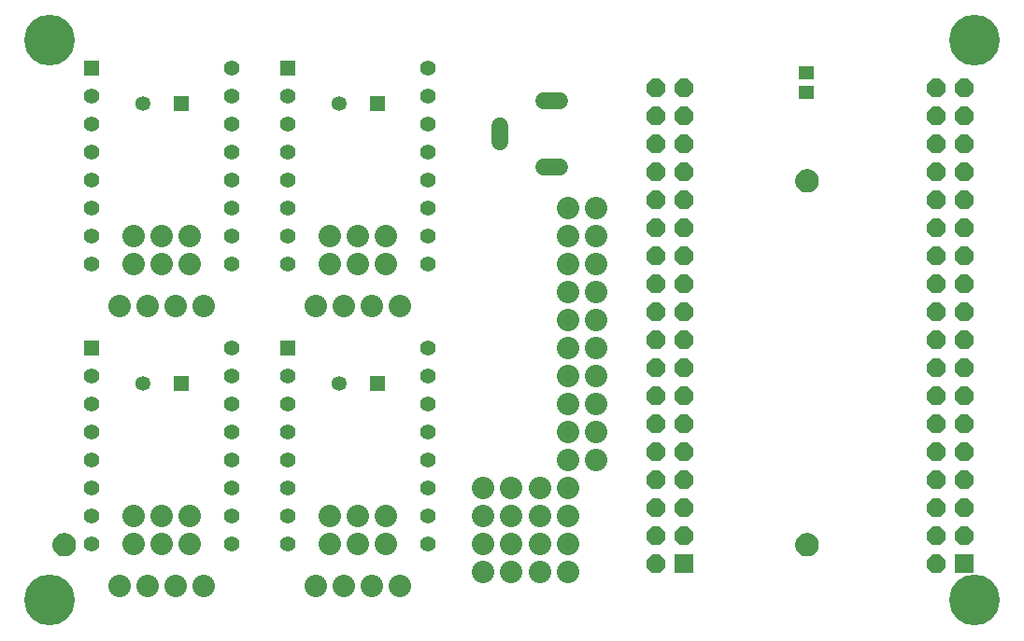
<source format=gbr>
G04 EAGLE Gerber RS-274X export*
G75*
%MOMM*%
%FSLAX34Y34*%
%LPD*%
%INSoldermask Top*%
%IPPOS*%
%AMOC8*
5,1,8,0,0,1.08239X$1,22.5*%
G01*
%ADD10R,1.397000X1.397000*%
%ADD11C,1.397000*%
%ADD12R,1.352400X1.352400*%
%ADD13C,1.352400*%
%ADD14C,2.032000*%
%ADD15C,0.609600*%
%ADD16C,1.168400*%
%ADD17C,4.597400*%
%ADD18R,1.422400X1.295400*%
%ADD19R,1.676400X1.676400*%
%ADD20P,1.814519X8X112.500000*%
%ADD21C,1.552400*%


D10*
X63500Y508000D03*
D11*
X63500Y482600D03*
X63500Y457200D03*
X63500Y431800D03*
X63500Y406400D03*
X63500Y381000D03*
X63500Y355600D03*
X63500Y330200D03*
X190500Y330200D03*
X190500Y355600D03*
X190500Y381000D03*
X190500Y406400D03*
X190500Y431800D03*
X190500Y457200D03*
X190500Y482600D03*
X190500Y508000D03*
D12*
X144500Y476250D03*
D13*
X109500Y476250D03*
D14*
X88900Y292100D03*
X114300Y292100D03*
X139700Y292100D03*
X165100Y292100D03*
X101600Y330200D03*
X101600Y355600D03*
X127000Y330200D03*
X127000Y355600D03*
X152400Y330200D03*
X152400Y355600D03*
D10*
X241300Y508000D03*
D11*
X241300Y482600D03*
X241300Y457200D03*
X241300Y431800D03*
X241300Y406400D03*
X241300Y381000D03*
X241300Y355600D03*
X241300Y330200D03*
X368300Y330200D03*
X368300Y355600D03*
X368300Y381000D03*
X368300Y406400D03*
X368300Y431800D03*
X368300Y457200D03*
X368300Y482600D03*
X368300Y508000D03*
D12*
X322300Y476250D03*
D13*
X287300Y476250D03*
D14*
X266700Y292100D03*
X292100Y292100D03*
X317500Y292100D03*
X342900Y292100D03*
X279400Y330200D03*
X279400Y355600D03*
X304800Y330200D03*
X304800Y355600D03*
X330200Y330200D03*
X330200Y355600D03*
D10*
X63500Y254000D03*
D11*
X63500Y228600D03*
X63500Y203200D03*
X63500Y177800D03*
X63500Y152400D03*
X63500Y127000D03*
X63500Y101600D03*
X63500Y76200D03*
X190500Y76200D03*
X190500Y101600D03*
X190500Y127000D03*
X190500Y152400D03*
X190500Y177800D03*
X190500Y203200D03*
X190500Y228600D03*
X190500Y254000D03*
D12*
X144500Y222250D03*
D13*
X109500Y222250D03*
D14*
X88900Y38100D03*
X114300Y38100D03*
X139700Y38100D03*
X165100Y38100D03*
X101600Y76200D03*
X101600Y101600D03*
X127000Y76200D03*
X127000Y101600D03*
X152400Y76200D03*
X152400Y101600D03*
D10*
X241300Y254000D03*
D11*
X241300Y228600D03*
X241300Y203200D03*
X241300Y177800D03*
X241300Y152400D03*
X241300Y127000D03*
X241300Y101600D03*
X241300Y76200D03*
X368300Y76200D03*
X368300Y101600D03*
X368300Y127000D03*
X368300Y152400D03*
X368300Y177800D03*
X368300Y203200D03*
X368300Y228600D03*
X368300Y254000D03*
D12*
X322300Y222250D03*
D13*
X287300Y222250D03*
D14*
X266700Y38100D03*
X292100Y38100D03*
X317500Y38100D03*
X342900Y38100D03*
X279400Y76200D03*
X279400Y101600D03*
X304800Y76200D03*
X304800Y101600D03*
X330200Y76200D03*
X330200Y101600D03*
X520700Y381000D03*
X495300Y381000D03*
X520700Y355600D03*
X495300Y355600D03*
X520700Y330200D03*
X495300Y330200D03*
X520700Y304800D03*
X495300Y304800D03*
X520700Y279400D03*
X495300Y279400D03*
X520700Y254000D03*
X495300Y254000D03*
X520700Y228600D03*
X495300Y228600D03*
X520700Y203200D03*
X495300Y203200D03*
X520700Y177800D03*
X495300Y177800D03*
X520700Y152400D03*
X495300Y152400D03*
X417830Y127000D03*
X443230Y127000D03*
X417830Y101600D03*
X443230Y101600D03*
X417830Y76200D03*
X443230Y76200D03*
X417830Y50800D03*
X443230Y50800D03*
X495300Y50800D03*
X469900Y50800D03*
X495300Y76200D03*
X469900Y76200D03*
X495300Y101600D03*
X469900Y101600D03*
X495300Y127000D03*
X469900Y127000D03*
D15*
X703580Y406400D02*
X703582Y406587D01*
X703589Y406774D01*
X703601Y406961D01*
X703617Y407147D01*
X703637Y407333D01*
X703662Y407518D01*
X703692Y407703D01*
X703726Y407887D01*
X703765Y408070D01*
X703808Y408252D01*
X703856Y408432D01*
X703908Y408612D01*
X703965Y408790D01*
X704025Y408967D01*
X704091Y409142D01*
X704160Y409316D01*
X704234Y409488D01*
X704312Y409658D01*
X704394Y409826D01*
X704480Y409992D01*
X704570Y410156D01*
X704664Y410317D01*
X704762Y410477D01*
X704864Y410633D01*
X704970Y410788D01*
X705080Y410939D01*
X705193Y411088D01*
X705310Y411234D01*
X705430Y411377D01*
X705554Y411517D01*
X705681Y411654D01*
X705812Y411788D01*
X705946Y411919D01*
X706083Y412046D01*
X706223Y412170D01*
X706366Y412290D01*
X706512Y412407D01*
X706661Y412520D01*
X706812Y412630D01*
X706967Y412736D01*
X707123Y412838D01*
X707283Y412936D01*
X707444Y413030D01*
X707608Y413120D01*
X707774Y413206D01*
X707942Y413288D01*
X708112Y413366D01*
X708284Y413440D01*
X708458Y413509D01*
X708633Y413575D01*
X708810Y413635D01*
X708988Y413692D01*
X709168Y413744D01*
X709348Y413792D01*
X709530Y413835D01*
X709713Y413874D01*
X709897Y413908D01*
X710082Y413938D01*
X710267Y413963D01*
X710453Y413983D01*
X710639Y413999D01*
X710826Y414011D01*
X711013Y414018D01*
X711200Y414020D01*
X711387Y414018D01*
X711574Y414011D01*
X711761Y413999D01*
X711947Y413983D01*
X712133Y413963D01*
X712318Y413938D01*
X712503Y413908D01*
X712687Y413874D01*
X712870Y413835D01*
X713052Y413792D01*
X713232Y413744D01*
X713412Y413692D01*
X713590Y413635D01*
X713767Y413575D01*
X713942Y413509D01*
X714116Y413440D01*
X714288Y413366D01*
X714458Y413288D01*
X714626Y413206D01*
X714792Y413120D01*
X714956Y413030D01*
X715117Y412936D01*
X715277Y412838D01*
X715433Y412736D01*
X715588Y412630D01*
X715739Y412520D01*
X715888Y412407D01*
X716034Y412290D01*
X716177Y412170D01*
X716317Y412046D01*
X716454Y411919D01*
X716588Y411788D01*
X716719Y411654D01*
X716846Y411517D01*
X716970Y411377D01*
X717090Y411234D01*
X717207Y411088D01*
X717320Y410939D01*
X717430Y410788D01*
X717536Y410633D01*
X717638Y410477D01*
X717736Y410317D01*
X717830Y410156D01*
X717920Y409992D01*
X718006Y409826D01*
X718088Y409658D01*
X718166Y409488D01*
X718240Y409316D01*
X718309Y409142D01*
X718375Y408967D01*
X718435Y408790D01*
X718492Y408612D01*
X718544Y408432D01*
X718592Y408252D01*
X718635Y408070D01*
X718674Y407887D01*
X718708Y407703D01*
X718738Y407518D01*
X718763Y407333D01*
X718783Y407147D01*
X718799Y406961D01*
X718811Y406774D01*
X718818Y406587D01*
X718820Y406400D01*
X718818Y406213D01*
X718811Y406026D01*
X718799Y405839D01*
X718783Y405653D01*
X718763Y405467D01*
X718738Y405282D01*
X718708Y405097D01*
X718674Y404913D01*
X718635Y404730D01*
X718592Y404548D01*
X718544Y404368D01*
X718492Y404188D01*
X718435Y404010D01*
X718375Y403833D01*
X718309Y403658D01*
X718240Y403484D01*
X718166Y403312D01*
X718088Y403142D01*
X718006Y402974D01*
X717920Y402808D01*
X717830Y402644D01*
X717736Y402483D01*
X717638Y402323D01*
X717536Y402167D01*
X717430Y402012D01*
X717320Y401861D01*
X717207Y401712D01*
X717090Y401566D01*
X716970Y401423D01*
X716846Y401283D01*
X716719Y401146D01*
X716588Y401012D01*
X716454Y400881D01*
X716317Y400754D01*
X716177Y400630D01*
X716034Y400510D01*
X715888Y400393D01*
X715739Y400280D01*
X715588Y400170D01*
X715433Y400064D01*
X715277Y399962D01*
X715117Y399864D01*
X714956Y399770D01*
X714792Y399680D01*
X714626Y399594D01*
X714458Y399512D01*
X714288Y399434D01*
X714116Y399360D01*
X713942Y399291D01*
X713767Y399225D01*
X713590Y399165D01*
X713412Y399108D01*
X713232Y399056D01*
X713052Y399008D01*
X712870Y398965D01*
X712687Y398926D01*
X712503Y398892D01*
X712318Y398862D01*
X712133Y398837D01*
X711947Y398817D01*
X711761Y398801D01*
X711574Y398789D01*
X711387Y398782D01*
X711200Y398780D01*
X711013Y398782D01*
X710826Y398789D01*
X710639Y398801D01*
X710453Y398817D01*
X710267Y398837D01*
X710082Y398862D01*
X709897Y398892D01*
X709713Y398926D01*
X709530Y398965D01*
X709348Y399008D01*
X709168Y399056D01*
X708988Y399108D01*
X708810Y399165D01*
X708633Y399225D01*
X708458Y399291D01*
X708284Y399360D01*
X708112Y399434D01*
X707942Y399512D01*
X707774Y399594D01*
X707608Y399680D01*
X707444Y399770D01*
X707283Y399864D01*
X707123Y399962D01*
X706967Y400064D01*
X706812Y400170D01*
X706661Y400280D01*
X706512Y400393D01*
X706366Y400510D01*
X706223Y400630D01*
X706083Y400754D01*
X705946Y400881D01*
X705812Y401012D01*
X705681Y401146D01*
X705554Y401283D01*
X705430Y401423D01*
X705310Y401566D01*
X705193Y401712D01*
X705080Y401861D01*
X704970Y402012D01*
X704864Y402167D01*
X704762Y402323D01*
X704664Y402483D01*
X704570Y402644D01*
X704480Y402808D01*
X704394Y402974D01*
X704312Y403142D01*
X704234Y403312D01*
X704160Y403484D01*
X704091Y403658D01*
X704025Y403833D01*
X703965Y404010D01*
X703908Y404188D01*
X703856Y404368D01*
X703808Y404548D01*
X703765Y404730D01*
X703726Y404913D01*
X703692Y405097D01*
X703662Y405282D01*
X703637Y405467D01*
X703617Y405653D01*
X703601Y405839D01*
X703589Y406026D01*
X703582Y406213D01*
X703580Y406400D01*
D16*
X711200Y406400D03*
D15*
X703580Y76200D02*
X703582Y76387D01*
X703589Y76574D01*
X703601Y76761D01*
X703617Y76947D01*
X703637Y77133D01*
X703662Y77318D01*
X703692Y77503D01*
X703726Y77687D01*
X703765Y77870D01*
X703808Y78052D01*
X703856Y78232D01*
X703908Y78412D01*
X703965Y78590D01*
X704025Y78767D01*
X704091Y78942D01*
X704160Y79116D01*
X704234Y79288D01*
X704312Y79458D01*
X704394Y79626D01*
X704480Y79792D01*
X704570Y79956D01*
X704664Y80117D01*
X704762Y80277D01*
X704864Y80433D01*
X704970Y80588D01*
X705080Y80739D01*
X705193Y80888D01*
X705310Y81034D01*
X705430Y81177D01*
X705554Y81317D01*
X705681Y81454D01*
X705812Y81588D01*
X705946Y81719D01*
X706083Y81846D01*
X706223Y81970D01*
X706366Y82090D01*
X706512Y82207D01*
X706661Y82320D01*
X706812Y82430D01*
X706967Y82536D01*
X707123Y82638D01*
X707283Y82736D01*
X707444Y82830D01*
X707608Y82920D01*
X707774Y83006D01*
X707942Y83088D01*
X708112Y83166D01*
X708284Y83240D01*
X708458Y83309D01*
X708633Y83375D01*
X708810Y83435D01*
X708988Y83492D01*
X709168Y83544D01*
X709348Y83592D01*
X709530Y83635D01*
X709713Y83674D01*
X709897Y83708D01*
X710082Y83738D01*
X710267Y83763D01*
X710453Y83783D01*
X710639Y83799D01*
X710826Y83811D01*
X711013Y83818D01*
X711200Y83820D01*
X711387Y83818D01*
X711574Y83811D01*
X711761Y83799D01*
X711947Y83783D01*
X712133Y83763D01*
X712318Y83738D01*
X712503Y83708D01*
X712687Y83674D01*
X712870Y83635D01*
X713052Y83592D01*
X713232Y83544D01*
X713412Y83492D01*
X713590Y83435D01*
X713767Y83375D01*
X713942Y83309D01*
X714116Y83240D01*
X714288Y83166D01*
X714458Y83088D01*
X714626Y83006D01*
X714792Y82920D01*
X714956Y82830D01*
X715117Y82736D01*
X715277Y82638D01*
X715433Y82536D01*
X715588Y82430D01*
X715739Y82320D01*
X715888Y82207D01*
X716034Y82090D01*
X716177Y81970D01*
X716317Y81846D01*
X716454Y81719D01*
X716588Y81588D01*
X716719Y81454D01*
X716846Y81317D01*
X716970Y81177D01*
X717090Y81034D01*
X717207Y80888D01*
X717320Y80739D01*
X717430Y80588D01*
X717536Y80433D01*
X717638Y80277D01*
X717736Y80117D01*
X717830Y79956D01*
X717920Y79792D01*
X718006Y79626D01*
X718088Y79458D01*
X718166Y79288D01*
X718240Y79116D01*
X718309Y78942D01*
X718375Y78767D01*
X718435Y78590D01*
X718492Y78412D01*
X718544Y78232D01*
X718592Y78052D01*
X718635Y77870D01*
X718674Y77687D01*
X718708Y77503D01*
X718738Y77318D01*
X718763Y77133D01*
X718783Y76947D01*
X718799Y76761D01*
X718811Y76574D01*
X718818Y76387D01*
X718820Y76200D01*
X718818Y76013D01*
X718811Y75826D01*
X718799Y75639D01*
X718783Y75453D01*
X718763Y75267D01*
X718738Y75082D01*
X718708Y74897D01*
X718674Y74713D01*
X718635Y74530D01*
X718592Y74348D01*
X718544Y74168D01*
X718492Y73988D01*
X718435Y73810D01*
X718375Y73633D01*
X718309Y73458D01*
X718240Y73284D01*
X718166Y73112D01*
X718088Y72942D01*
X718006Y72774D01*
X717920Y72608D01*
X717830Y72444D01*
X717736Y72283D01*
X717638Y72123D01*
X717536Y71967D01*
X717430Y71812D01*
X717320Y71661D01*
X717207Y71512D01*
X717090Y71366D01*
X716970Y71223D01*
X716846Y71083D01*
X716719Y70946D01*
X716588Y70812D01*
X716454Y70681D01*
X716317Y70554D01*
X716177Y70430D01*
X716034Y70310D01*
X715888Y70193D01*
X715739Y70080D01*
X715588Y69970D01*
X715433Y69864D01*
X715277Y69762D01*
X715117Y69664D01*
X714956Y69570D01*
X714792Y69480D01*
X714626Y69394D01*
X714458Y69312D01*
X714288Y69234D01*
X714116Y69160D01*
X713942Y69091D01*
X713767Y69025D01*
X713590Y68965D01*
X713412Y68908D01*
X713232Y68856D01*
X713052Y68808D01*
X712870Y68765D01*
X712687Y68726D01*
X712503Y68692D01*
X712318Y68662D01*
X712133Y68637D01*
X711947Y68617D01*
X711761Y68601D01*
X711574Y68589D01*
X711387Y68582D01*
X711200Y68580D01*
X711013Y68582D01*
X710826Y68589D01*
X710639Y68601D01*
X710453Y68617D01*
X710267Y68637D01*
X710082Y68662D01*
X709897Y68692D01*
X709713Y68726D01*
X709530Y68765D01*
X709348Y68808D01*
X709168Y68856D01*
X708988Y68908D01*
X708810Y68965D01*
X708633Y69025D01*
X708458Y69091D01*
X708284Y69160D01*
X708112Y69234D01*
X707942Y69312D01*
X707774Y69394D01*
X707608Y69480D01*
X707444Y69570D01*
X707283Y69664D01*
X707123Y69762D01*
X706967Y69864D01*
X706812Y69970D01*
X706661Y70080D01*
X706512Y70193D01*
X706366Y70310D01*
X706223Y70430D01*
X706083Y70554D01*
X705946Y70681D01*
X705812Y70812D01*
X705681Y70946D01*
X705554Y71083D01*
X705430Y71223D01*
X705310Y71366D01*
X705193Y71512D01*
X705080Y71661D01*
X704970Y71812D01*
X704864Y71967D01*
X704762Y72123D01*
X704664Y72283D01*
X704570Y72444D01*
X704480Y72608D01*
X704394Y72774D01*
X704312Y72942D01*
X704234Y73112D01*
X704160Y73284D01*
X704091Y73458D01*
X704025Y73633D01*
X703965Y73810D01*
X703908Y73988D01*
X703856Y74168D01*
X703808Y74348D01*
X703765Y74530D01*
X703726Y74713D01*
X703692Y74897D01*
X703662Y75082D01*
X703637Y75267D01*
X703617Y75453D01*
X703601Y75639D01*
X703589Y75826D01*
X703582Y76013D01*
X703580Y76200D01*
D16*
X711200Y76200D03*
D15*
X30480Y76200D02*
X30482Y76387D01*
X30489Y76574D01*
X30501Y76761D01*
X30517Y76947D01*
X30537Y77133D01*
X30562Y77318D01*
X30592Y77503D01*
X30626Y77687D01*
X30665Y77870D01*
X30708Y78052D01*
X30756Y78232D01*
X30808Y78412D01*
X30865Y78590D01*
X30925Y78767D01*
X30991Y78942D01*
X31060Y79116D01*
X31134Y79288D01*
X31212Y79458D01*
X31294Y79626D01*
X31380Y79792D01*
X31470Y79956D01*
X31564Y80117D01*
X31662Y80277D01*
X31764Y80433D01*
X31870Y80588D01*
X31980Y80739D01*
X32093Y80888D01*
X32210Y81034D01*
X32330Y81177D01*
X32454Y81317D01*
X32581Y81454D01*
X32712Y81588D01*
X32846Y81719D01*
X32983Y81846D01*
X33123Y81970D01*
X33266Y82090D01*
X33412Y82207D01*
X33561Y82320D01*
X33712Y82430D01*
X33867Y82536D01*
X34023Y82638D01*
X34183Y82736D01*
X34344Y82830D01*
X34508Y82920D01*
X34674Y83006D01*
X34842Y83088D01*
X35012Y83166D01*
X35184Y83240D01*
X35358Y83309D01*
X35533Y83375D01*
X35710Y83435D01*
X35888Y83492D01*
X36068Y83544D01*
X36248Y83592D01*
X36430Y83635D01*
X36613Y83674D01*
X36797Y83708D01*
X36982Y83738D01*
X37167Y83763D01*
X37353Y83783D01*
X37539Y83799D01*
X37726Y83811D01*
X37913Y83818D01*
X38100Y83820D01*
X38287Y83818D01*
X38474Y83811D01*
X38661Y83799D01*
X38847Y83783D01*
X39033Y83763D01*
X39218Y83738D01*
X39403Y83708D01*
X39587Y83674D01*
X39770Y83635D01*
X39952Y83592D01*
X40132Y83544D01*
X40312Y83492D01*
X40490Y83435D01*
X40667Y83375D01*
X40842Y83309D01*
X41016Y83240D01*
X41188Y83166D01*
X41358Y83088D01*
X41526Y83006D01*
X41692Y82920D01*
X41856Y82830D01*
X42017Y82736D01*
X42177Y82638D01*
X42333Y82536D01*
X42488Y82430D01*
X42639Y82320D01*
X42788Y82207D01*
X42934Y82090D01*
X43077Y81970D01*
X43217Y81846D01*
X43354Y81719D01*
X43488Y81588D01*
X43619Y81454D01*
X43746Y81317D01*
X43870Y81177D01*
X43990Y81034D01*
X44107Y80888D01*
X44220Y80739D01*
X44330Y80588D01*
X44436Y80433D01*
X44538Y80277D01*
X44636Y80117D01*
X44730Y79956D01*
X44820Y79792D01*
X44906Y79626D01*
X44988Y79458D01*
X45066Y79288D01*
X45140Y79116D01*
X45209Y78942D01*
X45275Y78767D01*
X45335Y78590D01*
X45392Y78412D01*
X45444Y78232D01*
X45492Y78052D01*
X45535Y77870D01*
X45574Y77687D01*
X45608Y77503D01*
X45638Y77318D01*
X45663Y77133D01*
X45683Y76947D01*
X45699Y76761D01*
X45711Y76574D01*
X45718Y76387D01*
X45720Y76200D01*
X45718Y76013D01*
X45711Y75826D01*
X45699Y75639D01*
X45683Y75453D01*
X45663Y75267D01*
X45638Y75082D01*
X45608Y74897D01*
X45574Y74713D01*
X45535Y74530D01*
X45492Y74348D01*
X45444Y74168D01*
X45392Y73988D01*
X45335Y73810D01*
X45275Y73633D01*
X45209Y73458D01*
X45140Y73284D01*
X45066Y73112D01*
X44988Y72942D01*
X44906Y72774D01*
X44820Y72608D01*
X44730Y72444D01*
X44636Y72283D01*
X44538Y72123D01*
X44436Y71967D01*
X44330Y71812D01*
X44220Y71661D01*
X44107Y71512D01*
X43990Y71366D01*
X43870Y71223D01*
X43746Y71083D01*
X43619Y70946D01*
X43488Y70812D01*
X43354Y70681D01*
X43217Y70554D01*
X43077Y70430D01*
X42934Y70310D01*
X42788Y70193D01*
X42639Y70080D01*
X42488Y69970D01*
X42333Y69864D01*
X42177Y69762D01*
X42017Y69664D01*
X41856Y69570D01*
X41692Y69480D01*
X41526Y69394D01*
X41358Y69312D01*
X41188Y69234D01*
X41016Y69160D01*
X40842Y69091D01*
X40667Y69025D01*
X40490Y68965D01*
X40312Y68908D01*
X40132Y68856D01*
X39952Y68808D01*
X39770Y68765D01*
X39587Y68726D01*
X39403Y68692D01*
X39218Y68662D01*
X39033Y68637D01*
X38847Y68617D01*
X38661Y68601D01*
X38474Y68589D01*
X38287Y68582D01*
X38100Y68580D01*
X37913Y68582D01*
X37726Y68589D01*
X37539Y68601D01*
X37353Y68617D01*
X37167Y68637D01*
X36982Y68662D01*
X36797Y68692D01*
X36613Y68726D01*
X36430Y68765D01*
X36248Y68808D01*
X36068Y68856D01*
X35888Y68908D01*
X35710Y68965D01*
X35533Y69025D01*
X35358Y69091D01*
X35184Y69160D01*
X35012Y69234D01*
X34842Y69312D01*
X34674Y69394D01*
X34508Y69480D01*
X34344Y69570D01*
X34183Y69664D01*
X34023Y69762D01*
X33867Y69864D01*
X33712Y69970D01*
X33561Y70080D01*
X33412Y70193D01*
X33266Y70310D01*
X33123Y70430D01*
X32983Y70554D01*
X32846Y70681D01*
X32712Y70812D01*
X32581Y70946D01*
X32454Y71083D01*
X32330Y71223D01*
X32210Y71366D01*
X32093Y71512D01*
X31980Y71661D01*
X31870Y71812D01*
X31764Y71967D01*
X31662Y72123D01*
X31564Y72283D01*
X31470Y72444D01*
X31380Y72608D01*
X31294Y72774D01*
X31212Y72942D01*
X31134Y73112D01*
X31060Y73284D01*
X30991Y73458D01*
X30925Y73633D01*
X30865Y73810D01*
X30808Y73988D01*
X30756Y74168D01*
X30708Y74348D01*
X30665Y74530D01*
X30626Y74713D01*
X30592Y74897D01*
X30562Y75082D01*
X30537Y75267D01*
X30517Y75453D01*
X30501Y75639D01*
X30489Y75826D01*
X30482Y76013D01*
X30480Y76200D01*
D16*
X38100Y76200D03*
D17*
X25400Y533400D03*
X25400Y25400D03*
X863600Y25400D03*
X863600Y533400D03*
D18*
X711200Y486410D03*
X711200Y504190D03*
D19*
X853700Y59100D03*
D20*
X828300Y59100D03*
X853700Y84500D03*
X828300Y84500D03*
X853700Y109900D03*
X828300Y109900D03*
X853700Y135300D03*
X828300Y135300D03*
X853700Y160700D03*
X828300Y160700D03*
X853700Y186100D03*
X828300Y186100D03*
X853700Y211500D03*
X828300Y211500D03*
X853700Y236900D03*
X828300Y236900D03*
X853700Y262300D03*
X828300Y262300D03*
X853700Y287700D03*
X828300Y287700D03*
X853700Y313100D03*
X828300Y313100D03*
X853700Y338500D03*
X828300Y338500D03*
X853700Y363900D03*
X828300Y363900D03*
X853700Y389300D03*
X828300Y389300D03*
X853700Y414700D03*
X828300Y414700D03*
X853700Y440100D03*
X828300Y440100D03*
X853700Y465500D03*
X828300Y465500D03*
X853700Y490900D03*
X828300Y490900D03*
D19*
X599700Y59100D03*
D20*
X574300Y59100D03*
X599700Y84500D03*
X574300Y84500D03*
X599700Y109900D03*
X574300Y109900D03*
X599700Y135300D03*
X574300Y135300D03*
X599700Y160700D03*
X574300Y160700D03*
X599700Y186100D03*
X574300Y186100D03*
X599700Y211500D03*
X574300Y211500D03*
X599700Y236900D03*
X574300Y236900D03*
X599700Y262300D03*
X574300Y262300D03*
X599700Y287700D03*
X574300Y287700D03*
X599700Y313100D03*
X574300Y313100D03*
X599700Y338500D03*
X574300Y338500D03*
X599700Y363900D03*
X574300Y363900D03*
X599700Y389300D03*
X574300Y389300D03*
X599700Y414700D03*
X574300Y414700D03*
X599700Y440100D03*
X574300Y440100D03*
X599700Y465500D03*
X574300Y465500D03*
X599700Y490900D03*
X574300Y490900D03*
D21*
X487060Y418870D02*
X473060Y418870D01*
X473060Y478870D02*
X487060Y478870D01*
X433060Y455870D02*
X433060Y441870D01*
M02*

</source>
